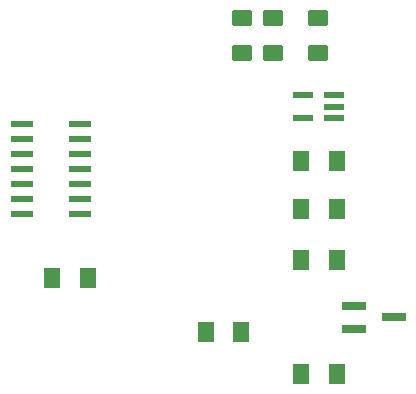
<source format=gbr>
G04 #@! TF.GenerationSoftware,KiCad,Pcbnew,(6.0.7)*
G04 #@! TF.CreationDate,2022-11-04T00:11:21-07:00*
G04 #@! TF.ProjectId,gigan rev2,67696761-6e20-4726-9576-322e6b696361,rev?*
G04 #@! TF.SameCoordinates,Original*
G04 #@! TF.FileFunction,Paste,Bot*
G04 #@! TF.FilePolarity,Positive*
%FSLAX46Y46*%
G04 Gerber Fmt 4.6, Leading zero omitted, Abs format (unit mm)*
G04 Created by KiCad (PCBNEW (6.0.7)) date 2022-11-04 00:11:21*
%MOMM*%
%LPD*%
G01*
G04 APERTURE LIST*
G04 Aperture macros list*
%AMRoundRect*
0 Rectangle with rounded corners*
0 $1 Rounding radius*
0 $2 $3 $4 $5 $6 $7 $8 $9 X,Y pos of 4 corners*
0 Add a 4 corners polygon primitive as box body*
4,1,4,$2,$3,$4,$5,$6,$7,$8,$9,$2,$3,0*
0 Add four circle primitives for the rounded corners*
1,1,$1+$1,$2,$3*
1,1,$1+$1,$4,$5*
1,1,$1+$1,$6,$7*
1,1,$1+$1,$8,$9*
0 Add four rect primitives between the rounded corners*
20,1,$1+$1,$2,$3,$4,$5,0*
20,1,$1+$1,$4,$5,$6,$7,0*
20,1,$1+$1,$6,$7,$8,$9,0*
20,1,$1+$1,$8,$9,$2,$3,0*%
G04 Aperture macros list end*
%ADD10RoundRect,0.250001X-0.462499X-0.624999X0.462499X-0.624999X0.462499X0.624999X-0.462499X0.624999X0*%
%ADD11R,1.970000X0.600000*%
%ADD12RoundRect,0.250001X0.462499X0.624999X-0.462499X0.624999X-0.462499X-0.624999X0.462499X-0.624999X0*%
%ADD13R,2.000000X0.650000*%
%ADD14R,1.800000X0.600000*%
%ADD15RoundRect,0.250001X-0.624999X0.462499X-0.624999X-0.462499X0.624999X-0.462499X0.624999X0.462499X0*%
%ADD16RoundRect,0.250001X0.624999X-0.462499X0.624999X0.462499X-0.624999X0.462499X-0.624999X-0.462499X0*%
G04 APERTURE END LIST*
D10*
X219928724Y-138204323D03*
X222903724Y-138204323D03*
D11*
X201181224Y-130950323D03*
X201181224Y-132220323D03*
X201181224Y-133490323D03*
X201181224Y-134760323D03*
X201181224Y-136030323D03*
X201181224Y-137300323D03*
X201181224Y-138570323D03*
X196231224Y-138570323D03*
X196231224Y-137300323D03*
X196231224Y-136030323D03*
X196231224Y-134760323D03*
X196231224Y-133490323D03*
X196231224Y-132220323D03*
X196231224Y-130950323D03*
D12*
X201821724Y-144046323D03*
X198846724Y-144046323D03*
D13*
X224346224Y-148310323D03*
X224346224Y-146410323D03*
X227766224Y-147360323D03*
D12*
X222903724Y-152174323D03*
X219928724Y-152174323D03*
D14*
X222656224Y-128560323D03*
X222656224Y-129510323D03*
X222656224Y-130460323D03*
X220056224Y-130460323D03*
X220056224Y-128560323D03*
D12*
X222903724Y-134140323D03*
X219928724Y-134140323D03*
D15*
X217556224Y-121972823D03*
X217556224Y-124947823D03*
D16*
X221356224Y-124997823D03*
X221356224Y-122022823D03*
X214906224Y-124947823D03*
X214906224Y-121972823D03*
D12*
X222903724Y-142522323D03*
X219928724Y-142522323D03*
D10*
X211818724Y-148560323D03*
X214793724Y-148560323D03*
M02*

</source>
